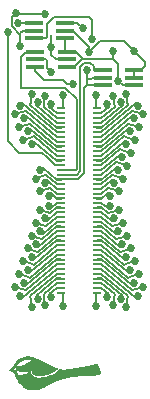
<source format=gtl>
G04 #@! TF.FileFunction,Copper,L1,Top,Signal*
%FSLAX46Y46*%
G04 Gerber Fmt 4.6, Leading zero omitted, Abs format (unit mm)*
G04 Created by KiCad (PCBNEW (2015-11-03 BZR 6296)-product) date Tuesday, November 10, 2015 'PMt' 09:20:05 PM*
%MOMM*%
G01*
G04 APERTURE LIST*
%ADD10C,0.100000*%
%ADD11C,0.010000*%
%ADD12R,0.700000X0.200000*%
%ADD13R,1.501140X0.398780*%
%ADD14C,0.685800*%
%ADD15C,0.685801*%
%ADD16C,0.152400*%
G04 APERTURE END LIST*
D10*
D11*
G36*
X155339423Y-121195069D02*
X155371094Y-121195572D01*
X155398725Y-121196621D01*
X155423824Y-121198340D01*
X155447893Y-121200851D01*
X155472439Y-121204276D01*
X155498967Y-121208740D01*
X155520931Y-121212815D01*
X155579786Y-121225578D01*
X155640883Y-121241645D01*
X155701336Y-121260182D01*
X155758260Y-121280354D01*
X155769639Y-121284777D01*
X155812817Y-121301970D01*
X155855192Y-121319108D01*
X155897150Y-121336370D01*
X155939080Y-121353937D01*
X155981369Y-121371989D01*
X156024404Y-121390707D01*
X156068573Y-121410271D01*
X156114265Y-121430862D01*
X156161866Y-121452659D01*
X156211764Y-121475844D01*
X156264347Y-121500597D01*
X156320003Y-121527099D01*
X156379118Y-121555528D01*
X156442082Y-121586067D01*
X156509280Y-121618896D01*
X156581102Y-121654194D01*
X156657935Y-121692143D01*
X156740166Y-121732923D01*
X156828183Y-121776714D01*
X156850903Y-121788037D01*
X156929183Y-121826981D01*
X157001702Y-121862880D01*
X157068949Y-121895961D01*
X157131415Y-121926448D01*
X157189589Y-121954567D01*
X157243962Y-121980545D01*
X157295024Y-122004606D01*
X157343265Y-122026978D01*
X157389175Y-122047885D01*
X157433244Y-122067553D01*
X157475962Y-122086208D01*
X157517819Y-122104076D01*
X157559306Y-122121382D01*
X157600912Y-122138353D01*
X157643128Y-122155213D01*
X157676403Y-122168281D01*
X157699926Y-122177518D01*
X157721319Y-122186037D01*
X157739688Y-122193473D01*
X157754143Y-122199460D01*
X157763791Y-122203635D01*
X157767732Y-122205624D01*
X157767199Y-122209719D01*
X157761987Y-122217737D01*
X157752739Y-122228968D01*
X157740100Y-122242704D01*
X157724712Y-122258236D01*
X157707219Y-122274855D01*
X157694178Y-122286657D01*
X157626199Y-122342758D01*
X157551764Y-122396253D01*
X157470994Y-122447086D01*
X157384011Y-122495200D01*
X157290938Y-122540538D01*
X157191897Y-122583043D01*
X157087009Y-122622658D01*
X156976398Y-122659327D01*
X156860185Y-122692992D01*
X156773292Y-122715296D01*
X156672697Y-122738538D01*
X156577709Y-122757867D01*
X156488081Y-122773303D01*
X156403561Y-122784868D01*
X156323901Y-122792580D01*
X156248851Y-122796462D01*
X156178163Y-122796535D01*
X156111587Y-122792818D01*
X156048874Y-122785332D01*
X156011082Y-122778660D01*
X155950450Y-122763748D01*
X155895094Y-122744367D01*
X155845086Y-122720590D01*
X155800499Y-122692491D01*
X155761404Y-122660142D01*
X155727873Y-122623617D01*
X155699979Y-122582988D01*
X155677795Y-122538329D01*
X155661392Y-122489713D01*
X155650842Y-122437214D01*
X155647903Y-122410940D01*
X155647085Y-122399833D01*
X155646149Y-122391698D01*
X155644111Y-122385994D01*
X155639991Y-122382178D01*
X155632806Y-122379710D01*
X155621575Y-122378046D01*
X155605315Y-122376646D01*
X155583045Y-122374967D01*
X155582667Y-122374937D01*
X155555115Y-122372710D01*
X155533944Y-122370816D01*
X155518491Y-122369166D01*
X155508094Y-122367673D01*
X155502090Y-122366249D01*
X155499817Y-122364807D01*
X155499918Y-122363974D01*
X155497973Y-122362665D01*
X155491139Y-122362440D01*
X155481468Y-122363114D01*
X155471010Y-122364497D01*
X155461817Y-122366403D01*
X155457431Y-122367859D01*
X155451923Y-122369376D01*
X155440616Y-122371836D01*
X155424669Y-122375008D01*
X155405241Y-122378665D01*
X155383489Y-122382578D01*
X155378056Y-122383529D01*
X155296570Y-122397036D01*
X155219154Y-122408409D01*
X155143266Y-122417987D01*
X155066367Y-122426109D01*
X155042917Y-122428294D01*
X155020487Y-122429888D01*
X154993281Y-122431121D01*
X154962652Y-122431993D01*
X154929951Y-122432504D01*
X154896529Y-122432652D01*
X154863738Y-122432438D01*
X154832930Y-122431861D01*
X154805455Y-122430920D01*
X154782666Y-122429615D01*
X154769514Y-122428402D01*
X154696686Y-122418747D01*
X154625829Y-122406860D01*
X154555068Y-122392349D01*
X154482527Y-122374822D01*
X154406331Y-122353890D01*
X154390857Y-122349368D01*
X154368243Y-122342575D01*
X154351577Y-122337222D01*
X154339982Y-122332959D01*
X154332578Y-122329438D01*
X154328490Y-122326309D01*
X154327057Y-122323968D01*
X154326091Y-122318855D01*
X154324509Y-122307561D01*
X154322410Y-122290925D01*
X154319895Y-122269783D01*
X154317063Y-122244975D01*
X154314013Y-122217338D01*
X154310918Y-122188392D01*
X154307321Y-122154399D01*
X154304435Y-122126757D01*
X154302312Y-122104791D01*
X154301001Y-122087830D01*
X154300553Y-122075198D01*
X154301018Y-122066223D01*
X154302447Y-122060230D01*
X154304890Y-122056547D01*
X154308397Y-122054499D01*
X154313018Y-122053413D01*
X154318805Y-122052615D01*
X154321091Y-122052283D01*
X154332337Y-122050254D01*
X154349389Y-122046797D01*
X154371193Y-122042151D01*
X154396700Y-122036555D01*
X154424858Y-122030249D01*
X154454615Y-122023471D01*
X154484921Y-122016461D01*
X154514725Y-122009457D01*
X154542975Y-122002700D01*
X154568620Y-121996427D01*
X154587833Y-121991593D01*
X154690462Y-121964234D01*
X154786453Y-121936397D01*
X154876213Y-121907945D01*
X154960153Y-121878742D01*
X155038680Y-121848650D01*
X155112203Y-121817534D01*
X155124056Y-121812213D01*
X155194730Y-121777760D01*
X155266700Y-121738022D01*
X155338246Y-121694092D01*
X155407648Y-121647066D01*
X155473190Y-121598037D01*
X155517403Y-121561786D01*
X155535065Y-121546423D01*
X155553398Y-121530012D01*
X155571684Y-121513244D01*
X155589206Y-121496810D01*
X155605249Y-121481401D01*
X155619095Y-121467709D01*
X155630027Y-121456424D01*
X155637329Y-121448238D01*
X155640283Y-121443841D01*
X155640219Y-121443368D01*
X155634114Y-121440119D01*
X155622137Y-121435797D01*
X155605347Y-121430663D01*
X155584801Y-121424980D01*
X155561556Y-121419011D01*
X155536670Y-121413019D01*
X155511199Y-121407265D01*
X155486201Y-121402013D01*
X155462732Y-121397526D01*
X155441852Y-121394065D01*
X155441556Y-121394021D01*
X155386513Y-121387477D01*
X155332179Y-121384423D01*
X155277039Y-121384893D01*
X155219581Y-121388923D01*
X155158289Y-121396548D01*
X155128461Y-121401261D01*
X155035204Y-121419850D01*
X154945771Y-121443707D01*
X154860377Y-121472725D01*
X154779234Y-121506797D01*
X154702557Y-121545818D01*
X154630558Y-121589681D01*
X154563451Y-121638280D01*
X154501449Y-121691509D01*
X154457949Y-121734915D01*
X154415574Y-121783556D01*
X154377536Y-121834333D01*
X154344493Y-121886230D01*
X154317105Y-121938230D01*
X154299656Y-121979355D01*
X154294680Y-121991769D01*
X154290056Y-122001937D01*
X154286789Y-122007652D01*
X154283532Y-122010958D01*
X154275631Y-122018670D01*
X154263561Y-122030334D01*
X154247793Y-122045496D01*
X154228801Y-122063704D01*
X154207057Y-122084504D01*
X154183034Y-122107442D01*
X154157205Y-122132065D01*
X154138042Y-122150309D01*
X154111341Y-122175737D01*
X154086208Y-122199712D01*
X154063104Y-122221794D01*
X154042486Y-122241540D01*
X154024813Y-122258513D01*
X154010545Y-122272270D01*
X154000139Y-122282371D01*
X153994055Y-122288376D01*
X153992607Y-122289922D01*
X153995572Y-122291699D01*
X154004384Y-122296052D01*
X154018436Y-122302701D01*
X154037123Y-122311368D01*
X154059836Y-122321773D01*
X154085972Y-122333637D01*
X154114923Y-122346683D01*
X154146083Y-122360630D01*
X154153468Y-122363923D01*
X154315126Y-122435942D01*
X154331981Y-122496214D01*
X154340094Y-122524199D01*
X154349941Y-122556534D01*
X154360916Y-122591347D01*
X154372411Y-122626762D01*
X154383817Y-122660907D01*
X154394527Y-122691907D01*
X154403511Y-122716757D01*
X154408959Y-122730443D01*
X154413479Y-122738917D01*
X154418136Y-122743733D01*
X154423830Y-122746392D01*
X154431132Y-122747558D01*
X154444453Y-122748496D01*
X154462760Y-122749209D01*
X154485020Y-122749697D01*
X154510201Y-122749965D01*
X154537269Y-122750013D01*
X154565192Y-122749845D01*
X154592937Y-122749461D01*
X154619472Y-122748866D01*
X154643763Y-122748060D01*
X154664777Y-122747046D01*
X154681319Y-122745841D01*
X154844261Y-122728212D01*
X154944139Y-122714838D01*
X154986859Y-122708400D01*
X155023678Y-122702100D01*
X155055734Y-122695624D01*
X155084167Y-122688661D01*
X155110116Y-122680899D01*
X155134721Y-122672025D01*
X155159122Y-122661727D01*
X155184457Y-122649694D01*
X155187556Y-122648147D01*
X155243115Y-122616813D01*
X155297664Y-122579211D01*
X155350233Y-122536128D01*
X155399852Y-122488353D01*
X155440314Y-122443042D01*
X155458347Y-122421319D01*
X155460748Y-122446569D01*
X155467775Y-122493991D01*
X155479681Y-122543168D01*
X155495802Y-122592224D01*
X155515477Y-122639282D01*
X155538042Y-122682463D01*
X155551719Y-122704289D01*
X155589340Y-122754006D01*
X155632141Y-122799003D01*
X155680037Y-122839251D01*
X155732937Y-122874723D01*
X155790757Y-122905389D01*
X155853406Y-122931223D01*
X155920799Y-122952197D01*
X155992848Y-122968282D01*
X156069465Y-122979451D01*
X156150562Y-122985676D01*
X156236053Y-122986929D01*
X156325848Y-122983182D01*
X156404639Y-122976139D01*
X156477782Y-122966822D01*
X156555875Y-122954509D01*
X156637621Y-122939481D01*
X156721724Y-122922024D01*
X156806887Y-122902418D01*
X156891813Y-122880949D01*
X156975205Y-122857899D01*
X157051986Y-122834745D01*
X157149460Y-122802112D01*
X157243786Y-122766670D01*
X157334613Y-122728629D01*
X157421592Y-122688203D01*
X157504372Y-122645600D01*
X157582604Y-122601034D01*
X157655937Y-122554714D01*
X157724021Y-122506853D01*
X157786506Y-122457661D01*
X157843041Y-122407350D01*
X157893278Y-122356131D01*
X157936865Y-122304215D01*
X157941516Y-122298103D01*
X157951132Y-122285676D01*
X157957892Y-122278104D01*
X157962929Y-122274422D01*
X157967377Y-122273664D01*
X157969726Y-122274079D01*
X157989163Y-122278388D01*
X158014240Y-122283070D01*
X158043568Y-122287922D01*
X158075757Y-122292737D01*
X158109415Y-122297313D01*
X158143152Y-122301443D01*
X158175578Y-122304923D01*
X158186167Y-122305932D01*
X158217905Y-122308462D01*
X158249888Y-122310184D01*
X158282791Y-122311067D01*
X158317290Y-122311080D01*
X158354060Y-122310194D01*
X158393775Y-122308377D01*
X158437113Y-122305599D01*
X158484746Y-122301829D01*
X158537352Y-122297037D01*
X158595605Y-122291192D01*
X158657125Y-122284600D01*
X158746165Y-122274237D01*
X158841639Y-122262018D01*
X158943193Y-122248007D01*
X159050469Y-122232269D01*
X159163115Y-122214868D01*
X159280774Y-122195867D01*
X159403091Y-122175332D01*
X159529712Y-122153326D01*
X159660280Y-122129914D01*
X159794441Y-122105160D01*
X159931840Y-122079128D01*
X160072121Y-122051882D01*
X160214930Y-122023486D01*
X160359911Y-121994006D01*
X160506709Y-121963505D01*
X160654969Y-121932046D01*
X160804335Y-121899696D01*
X160891972Y-121880408D01*
X160936466Y-121870554D01*
X160974684Y-121862267D01*
X161007258Y-121855680D01*
X161034823Y-121850928D01*
X161058011Y-121848146D01*
X161077455Y-121847468D01*
X161093788Y-121849028D01*
X161107642Y-121852962D01*
X161119652Y-121859404D01*
X161130449Y-121868488D01*
X161140667Y-121880348D01*
X161150938Y-121895120D01*
X161161896Y-121912938D01*
X161174174Y-121933936D01*
X161178453Y-121941295D01*
X161215722Y-122007072D01*
X161250654Y-122072322D01*
X161282855Y-122136214D01*
X161311929Y-122197915D01*
X161337481Y-122256594D01*
X161359117Y-122311419D01*
X161372982Y-122350859D01*
X161388442Y-122403272D01*
X161399158Y-122452184D01*
X161405158Y-122497367D01*
X161406469Y-122538594D01*
X161403119Y-122575635D01*
X161395134Y-122608262D01*
X161382543Y-122636247D01*
X161365372Y-122659362D01*
X161343649Y-122677378D01*
X161333124Y-122683395D01*
X161322991Y-122688154D01*
X161311941Y-122692524D01*
X161299615Y-122696533D01*
X161285657Y-122700209D01*
X161269709Y-122703581D01*
X161251413Y-122706677D01*
X161230414Y-122709524D01*
X161206352Y-122712152D01*
X161178872Y-122714587D01*
X161147615Y-122716859D01*
X161112225Y-122718995D01*
X161072343Y-122721023D01*
X161027613Y-122722973D01*
X160977677Y-122724871D01*
X160922178Y-122726746D01*
X160860759Y-122728626D01*
X160793062Y-122730540D01*
X160718731Y-122732515D01*
X160705000Y-122732869D01*
X160582923Y-122736207D01*
X160467344Y-122739786D01*
X160357707Y-122743639D01*
X160253456Y-122747794D01*
X160154037Y-122752284D01*
X160058895Y-122757138D01*
X159967474Y-122762388D01*
X159879219Y-122768064D01*
X159793574Y-122774196D01*
X159709985Y-122780816D01*
X159627897Y-122787954D01*
X159546754Y-122795640D01*
X159519667Y-122798345D01*
X159390967Y-122812177D01*
X159266502Y-122827273D01*
X159145523Y-122843805D01*
X159027281Y-122861941D01*
X158911028Y-122881851D01*
X158796016Y-122903705D01*
X158681496Y-122927671D01*
X158566721Y-122953920D01*
X158450941Y-122982620D01*
X158333408Y-123013942D01*
X158213373Y-123048054D01*
X158090090Y-123085127D01*
X157962808Y-123125329D01*
X157830780Y-123168830D01*
X157725792Y-123204551D01*
X157675932Y-123222059D01*
X157628400Y-123239485D01*
X157582527Y-123257150D01*
X157537643Y-123275374D01*
X157493080Y-123294476D01*
X157448167Y-123314779D01*
X157402235Y-123336601D01*
X157354615Y-123360263D01*
X157304637Y-123386085D01*
X157251633Y-123414388D01*
X157194932Y-123445492D01*
X157133865Y-123479717D01*
X157067763Y-123517384D01*
X157046694Y-123529493D01*
X156988073Y-123563223D01*
X156935102Y-123593651D01*
X156887334Y-123621025D01*
X156844321Y-123645591D01*
X156805616Y-123667596D01*
X156770771Y-123687287D01*
X156739338Y-123704910D01*
X156710870Y-123720714D01*
X156684919Y-123734944D01*
X156661037Y-123747848D01*
X156638777Y-123759672D01*
X156617692Y-123770664D01*
X156597332Y-123781070D01*
X156577252Y-123791138D01*
X156557003Y-123801113D01*
X156536138Y-123811244D01*
X156534306Y-123812128D01*
X156466867Y-123843565D01*
X156403250Y-123870819D01*
X156342082Y-123894282D01*
X156281992Y-123914345D01*
X156221609Y-123931402D01*
X156159560Y-123945844D01*
X156094474Y-123958064D01*
X156024978Y-123968454D01*
X155960139Y-123976279D01*
X155919152Y-123980039D01*
X155873206Y-123982999D01*
X155824358Y-123985105D01*
X155774663Y-123986301D01*
X155726179Y-123986532D01*
X155680962Y-123985744D01*
X155651458Y-123984508D01*
X155571912Y-123977865D01*
X155491456Y-123966743D01*
X155411278Y-123951443D01*
X155332567Y-123932263D01*
X155256511Y-123909501D01*
X155184298Y-123883456D01*
X155117116Y-123854427D01*
X155099008Y-123845625D01*
X155018028Y-123801372D01*
X154938806Y-123750408D01*
X154861482Y-123692893D01*
X154786195Y-123628983D01*
X154713086Y-123558836D01*
X154642295Y-123482610D01*
X154573960Y-123400463D01*
X154508223Y-123312552D01*
X154445222Y-123219036D01*
X154385097Y-123120070D01*
X154327989Y-123015814D01*
X154282897Y-122925201D01*
X154264559Y-122885287D01*
X154246937Y-122843922D01*
X154229526Y-122799814D01*
X154211819Y-122751672D01*
X154193310Y-122698204D01*
X154188965Y-122685250D01*
X154181296Y-122661804D01*
X154173193Y-122636214D01*
X154165008Y-122609673D01*
X154157093Y-122583373D01*
X154149801Y-122558508D01*
X154143485Y-122536269D01*
X154138496Y-122517848D01*
X154135187Y-122504440D01*
X154134378Y-122500558D01*
X154132209Y-122488996D01*
X153927595Y-122406428D01*
X153891615Y-122391883D01*
X153857607Y-122378085D01*
X153826132Y-122365266D01*
X153797748Y-122353654D01*
X153773014Y-122343480D01*
X153752490Y-122334974D01*
X153736734Y-122328367D01*
X153726307Y-122323889D01*
X153721768Y-122321769D01*
X153721619Y-122321656D01*
X153723960Y-122319006D01*
X153731162Y-122312050D01*
X153742812Y-122301163D01*
X153758495Y-122286724D01*
X153777797Y-122269108D01*
X153800304Y-122248694D01*
X153825601Y-122225859D01*
X153853274Y-122200979D01*
X153882909Y-122174432D01*
X153908286Y-122151769D01*
X153944302Y-122119640D01*
X153975416Y-122091846D01*
X154001998Y-122068033D01*
X154024415Y-122047848D01*
X154043038Y-122030935D01*
X154058235Y-122016942D01*
X154070376Y-122005513D01*
X154079830Y-121996294D01*
X154086965Y-121988931D01*
X154092152Y-121983071D01*
X154095759Y-121978358D01*
X154098156Y-121974439D01*
X154099712Y-121970959D01*
X154100795Y-121967565D01*
X154100979Y-121966897D01*
X154107388Y-121946348D01*
X154116490Y-121921398D01*
X154127560Y-121893816D01*
X154139874Y-121865375D01*
X154152705Y-121837843D01*
X154159300Y-121824554D01*
X154191749Y-121766345D01*
X154228977Y-121710220D01*
X154271666Y-121655249D01*
X154320499Y-121600502D01*
X154333642Y-121586849D01*
X154389151Y-121533310D01*
X154446431Y-121484827D01*
X154506685Y-121440531D01*
X154571117Y-121399557D01*
X154640931Y-121361037D01*
X154661917Y-121350420D01*
X154729971Y-121318548D01*
X154797985Y-121290713D01*
X154867187Y-121266541D01*
X154938807Y-121245659D01*
X155014072Y-121227692D01*
X155094212Y-121212268D01*
X155140680Y-121204752D01*
X155160516Y-121201832D01*
X155177844Y-121199566D01*
X155194061Y-121197870D01*
X155210562Y-121196659D01*
X155228742Y-121195848D01*
X155249998Y-121195355D01*
X155275724Y-121195094D01*
X155302208Y-121194991D01*
X155339423Y-121195069D01*
X155339423Y-121195069D01*
G37*
X155339423Y-121195069D02*
X155371094Y-121195572D01*
X155398725Y-121196621D01*
X155423824Y-121198340D01*
X155447893Y-121200851D01*
X155472439Y-121204276D01*
X155498967Y-121208740D01*
X155520931Y-121212815D01*
X155579786Y-121225578D01*
X155640883Y-121241645D01*
X155701336Y-121260182D01*
X155758260Y-121280354D01*
X155769639Y-121284777D01*
X155812817Y-121301970D01*
X155855192Y-121319108D01*
X155897150Y-121336370D01*
X155939080Y-121353937D01*
X155981369Y-121371989D01*
X156024404Y-121390707D01*
X156068573Y-121410271D01*
X156114265Y-121430862D01*
X156161866Y-121452659D01*
X156211764Y-121475844D01*
X156264347Y-121500597D01*
X156320003Y-121527099D01*
X156379118Y-121555528D01*
X156442082Y-121586067D01*
X156509280Y-121618896D01*
X156581102Y-121654194D01*
X156657935Y-121692143D01*
X156740166Y-121732923D01*
X156828183Y-121776714D01*
X156850903Y-121788037D01*
X156929183Y-121826981D01*
X157001702Y-121862880D01*
X157068949Y-121895961D01*
X157131415Y-121926448D01*
X157189589Y-121954567D01*
X157243962Y-121980545D01*
X157295024Y-122004606D01*
X157343265Y-122026978D01*
X157389175Y-122047885D01*
X157433244Y-122067553D01*
X157475962Y-122086208D01*
X157517819Y-122104076D01*
X157559306Y-122121382D01*
X157600912Y-122138353D01*
X157643128Y-122155213D01*
X157676403Y-122168281D01*
X157699926Y-122177518D01*
X157721319Y-122186037D01*
X157739688Y-122193473D01*
X157754143Y-122199460D01*
X157763791Y-122203635D01*
X157767732Y-122205624D01*
X157767199Y-122209719D01*
X157761987Y-122217737D01*
X157752739Y-122228968D01*
X157740100Y-122242704D01*
X157724712Y-122258236D01*
X157707219Y-122274855D01*
X157694178Y-122286657D01*
X157626199Y-122342758D01*
X157551764Y-122396253D01*
X157470994Y-122447086D01*
X157384011Y-122495200D01*
X157290938Y-122540538D01*
X157191897Y-122583043D01*
X157087009Y-122622658D01*
X156976398Y-122659327D01*
X156860185Y-122692992D01*
X156773292Y-122715296D01*
X156672697Y-122738538D01*
X156577709Y-122757867D01*
X156488081Y-122773303D01*
X156403561Y-122784868D01*
X156323901Y-122792580D01*
X156248851Y-122796462D01*
X156178163Y-122796535D01*
X156111587Y-122792818D01*
X156048874Y-122785332D01*
X156011082Y-122778660D01*
X155950450Y-122763748D01*
X155895094Y-122744367D01*
X155845086Y-122720590D01*
X155800499Y-122692491D01*
X155761404Y-122660142D01*
X155727873Y-122623617D01*
X155699979Y-122582988D01*
X155677795Y-122538329D01*
X155661392Y-122489713D01*
X155650842Y-122437214D01*
X155647903Y-122410940D01*
X155647085Y-122399833D01*
X155646149Y-122391698D01*
X155644111Y-122385994D01*
X155639991Y-122382178D01*
X155632806Y-122379710D01*
X155621575Y-122378046D01*
X155605315Y-122376646D01*
X155583045Y-122374967D01*
X155582667Y-122374937D01*
X155555115Y-122372710D01*
X155533944Y-122370816D01*
X155518491Y-122369166D01*
X155508094Y-122367673D01*
X155502090Y-122366249D01*
X155499817Y-122364807D01*
X155499918Y-122363974D01*
X155497973Y-122362665D01*
X155491139Y-122362440D01*
X155481468Y-122363114D01*
X155471010Y-122364497D01*
X155461817Y-122366403D01*
X155457431Y-122367859D01*
X155451923Y-122369376D01*
X155440616Y-122371836D01*
X155424669Y-122375008D01*
X155405241Y-122378665D01*
X155383489Y-122382578D01*
X155378056Y-122383529D01*
X155296570Y-122397036D01*
X155219154Y-122408409D01*
X155143266Y-122417987D01*
X155066367Y-122426109D01*
X155042917Y-122428294D01*
X155020487Y-122429888D01*
X154993281Y-122431121D01*
X154962652Y-122431993D01*
X154929951Y-122432504D01*
X154896529Y-122432652D01*
X154863738Y-122432438D01*
X154832930Y-122431861D01*
X154805455Y-122430920D01*
X154782666Y-122429615D01*
X154769514Y-122428402D01*
X154696686Y-122418747D01*
X154625829Y-122406860D01*
X154555068Y-122392349D01*
X154482527Y-122374822D01*
X154406331Y-122353890D01*
X154390857Y-122349368D01*
X154368243Y-122342575D01*
X154351577Y-122337222D01*
X154339982Y-122332959D01*
X154332578Y-122329438D01*
X154328490Y-122326309D01*
X154327057Y-122323968D01*
X154326091Y-122318855D01*
X154324509Y-122307561D01*
X154322410Y-122290925D01*
X154319895Y-122269783D01*
X154317063Y-122244975D01*
X154314013Y-122217338D01*
X154310918Y-122188392D01*
X154307321Y-122154399D01*
X154304435Y-122126757D01*
X154302312Y-122104791D01*
X154301001Y-122087830D01*
X154300553Y-122075198D01*
X154301018Y-122066223D01*
X154302447Y-122060230D01*
X154304890Y-122056547D01*
X154308397Y-122054499D01*
X154313018Y-122053413D01*
X154318805Y-122052615D01*
X154321091Y-122052283D01*
X154332337Y-122050254D01*
X154349389Y-122046797D01*
X154371193Y-122042151D01*
X154396700Y-122036555D01*
X154424858Y-122030249D01*
X154454615Y-122023471D01*
X154484921Y-122016461D01*
X154514725Y-122009457D01*
X154542975Y-122002700D01*
X154568620Y-121996427D01*
X154587833Y-121991593D01*
X154690462Y-121964234D01*
X154786453Y-121936397D01*
X154876213Y-121907945D01*
X154960153Y-121878742D01*
X155038680Y-121848650D01*
X155112203Y-121817534D01*
X155124056Y-121812213D01*
X155194730Y-121777760D01*
X155266700Y-121738022D01*
X155338246Y-121694092D01*
X155407648Y-121647066D01*
X155473190Y-121598037D01*
X155517403Y-121561786D01*
X155535065Y-121546423D01*
X155553398Y-121530012D01*
X155571684Y-121513244D01*
X155589206Y-121496810D01*
X155605249Y-121481401D01*
X155619095Y-121467709D01*
X155630027Y-121456424D01*
X155637329Y-121448238D01*
X155640283Y-121443841D01*
X155640219Y-121443368D01*
X155634114Y-121440119D01*
X155622137Y-121435797D01*
X155605347Y-121430663D01*
X155584801Y-121424980D01*
X155561556Y-121419011D01*
X155536670Y-121413019D01*
X155511199Y-121407265D01*
X155486201Y-121402013D01*
X155462732Y-121397526D01*
X155441852Y-121394065D01*
X155441556Y-121394021D01*
X155386513Y-121387477D01*
X155332179Y-121384423D01*
X155277039Y-121384893D01*
X155219581Y-121388923D01*
X155158289Y-121396548D01*
X155128461Y-121401261D01*
X155035204Y-121419850D01*
X154945771Y-121443707D01*
X154860377Y-121472725D01*
X154779234Y-121506797D01*
X154702557Y-121545818D01*
X154630558Y-121589681D01*
X154563451Y-121638280D01*
X154501449Y-121691509D01*
X154457949Y-121734915D01*
X154415574Y-121783556D01*
X154377536Y-121834333D01*
X154344493Y-121886230D01*
X154317105Y-121938230D01*
X154299656Y-121979355D01*
X154294680Y-121991769D01*
X154290056Y-122001937D01*
X154286789Y-122007652D01*
X154283532Y-122010958D01*
X154275631Y-122018670D01*
X154263561Y-122030334D01*
X154247793Y-122045496D01*
X154228801Y-122063704D01*
X154207057Y-122084504D01*
X154183034Y-122107442D01*
X154157205Y-122132065D01*
X154138042Y-122150309D01*
X154111341Y-122175737D01*
X154086208Y-122199712D01*
X154063104Y-122221794D01*
X154042486Y-122241540D01*
X154024813Y-122258513D01*
X154010545Y-122272270D01*
X154000139Y-122282371D01*
X153994055Y-122288376D01*
X153992607Y-122289922D01*
X153995572Y-122291699D01*
X154004384Y-122296052D01*
X154018436Y-122302701D01*
X154037123Y-122311368D01*
X154059836Y-122321773D01*
X154085972Y-122333637D01*
X154114923Y-122346683D01*
X154146083Y-122360630D01*
X154153468Y-122363923D01*
X154315126Y-122435942D01*
X154331981Y-122496214D01*
X154340094Y-122524199D01*
X154349941Y-122556534D01*
X154360916Y-122591347D01*
X154372411Y-122626762D01*
X154383817Y-122660907D01*
X154394527Y-122691907D01*
X154403511Y-122716757D01*
X154408959Y-122730443D01*
X154413479Y-122738917D01*
X154418136Y-122743733D01*
X154423830Y-122746392D01*
X154431132Y-122747558D01*
X154444453Y-122748496D01*
X154462760Y-122749209D01*
X154485020Y-122749697D01*
X154510201Y-122749965D01*
X154537269Y-122750013D01*
X154565192Y-122749845D01*
X154592937Y-122749461D01*
X154619472Y-122748866D01*
X154643763Y-122748060D01*
X154664777Y-122747046D01*
X154681319Y-122745841D01*
X154844261Y-122728212D01*
X154944139Y-122714838D01*
X154986859Y-122708400D01*
X155023678Y-122702100D01*
X155055734Y-122695624D01*
X155084167Y-122688661D01*
X155110116Y-122680899D01*
X155134721Y-122672025D01*
X155159122Y-122661727D01*
X155184457Y-122649694D01*
X155187556Y-122648147D01*
X155243115Y-122616813D01*
X155297664Y-122579211D01*
X155350233Y-122536128D01*
X155399852Y-122488353D01*
X155440314Y-122443042D01*
X155458347Y-122421319D01*
X155460748Y-122446569D01*
X155467775Y-122493991D01*
X155479681Y-122543168D01*
X155495802Y-122592224D01*
X155515477Y-122639282D01*
X155538042Y-122682463D01*
X155551719Y-122704289D01*
X155589340Y-122754006D01*
X155632141Y-122799003D01*
X155680037Y-122839251D01*
X155732937Y-122874723D01*
X155790757Y-122905389D01*
X155853406Y-122931223D01*
X155920799Y-122952197D01*
X155992848Y-122968282D01*
X156069465Y-122979451D01*
X156150562Y-122985676D01*
X156236053Y-122986929D01*
X156325848Y-122983182D01*
X156404639Y-122976139D01*
X156477782Y-122966822D01*
X156555875Y-122954509D01*
X156637621Y-122939481D01*
X156721724Y-122922024D01*
X156806887Y-122902418D01*
X156891813Y-122880949D01*
X156975205Y-122857899D01*
X157051986Y-122834745D01*
X157149460Y-122802112D01*
X157243786Y-122766670D01*
X157334613Y-122728629D01*
X157421592Y-122688203D01*
X157504372Y-122645600D01*
X157582604Y-122601034D01*
X157655937Y-122554714D01*
X157724021Y-122506853D01*
X157786506Y-122457661D01*
X157843041Y-122407350D01*
X157893278Y-122356131D01*
X157936865Y-122304215D01*
X157941516Y-122298103D01*
X157951132Y-122285676D01*
X157957892Y-122278104D01*
X157962929Y-122274422D01*
X157967377Y-122273664D01*
X157969726Y-122274079D01*
X157989163Y-122278388D01*
X158014240Y-122283070D01*
X158043568Y-122287922D01*
X158075757Y-122292737D01*
X158109415Y-122297313D01*
X158143152Y-122301443D01*
X158175578Y-122304923D01*
X158186167Y-122305932D01*
X158217905Y-122308462D01*
X158249888Y-122310184D01*
X158282791Y-122311067D01*
X158317290Y-122311080D01*
X158354060Y-122310194D01*
X158393775Y-122308377D01*
X158437113Y-122305599D01*
X158484746Y-122301829D01*
X158537352Y-122297037D01*
X158595605Y-122291192D01*
X158657125Y-122284600D01*
X158746165Y-122274237D01*
X158841639Y-122262018D01*
X158943193Y-122248007D01*
X159050469Y-122232269D01*
X159163115Y-122214868D01*
X159280774Y-122195867D01*
X159403091Y-122175332D01*
X159529712Y-122153326D01*
X159660280Y-122129914D01*
X159794441Y-122105160D01*
X159931840Y-122079128D01*
X160072121Y-122051882D01*
X160214930Y-122023486D01*
X160359911Y-121994006D01*
X160506709Y-121963505D01*
X160654969Y-121932046D01*
X160804335Y-121899696D01*
X160891972Y-121880408D01*
X160936466Y-121870554D01*
X160974684Y-121862267D01*
X161007258Y-121855680D01*
X161034823Y-121850928D01*
X161058011Y-121848146D01*
X161077455Y-121847468D01*
X161093788Y-121849028D01*
X161107642Y-121852962D01*
X161119652Y-121859404D01*
X161130449Y-121868488D01*
X161140667Y-121880348D01*
X161150938Y-121895120D01*
X161161896Y-121912938D01*
X161174174Y-121933936D01*
X161178453Y-121941295D01*
X161215722Y-122007072D01*
X161250654Y-122072322D01*
X161282855Y-122136214D01*
X161311929Y-122197915D01*
X161337481Y-122256594D01*
X161359117Y-122311419D01*
X161372982Y-122350859D01*
X161388442Y-122403272D01*
X161399158Y-122452184D01*
X161405158Y-122497367D01*
X161406469Y-122538594D01*
X161403119Y-122575635D01*
X161395134Y-122608262D01*
X161382543Y-122636247D01*
X161365372Y-122659362D01*
X161343649Y-122677378D01*
X161333124Y-122683395D01*
X161322991Y-122688154D01*
X161311941Y-122692524D01*
X161299615Y-122696533D01*
X161285657Y-122700209D01*
X161269709Y-122703581D01*
X161251413Y-122706677D01*
X161230414Y-122709524D01*
X161206352Y-122712152D01*
X161178872Y-122714587D01*
X161147615Y-122716859D01*
X161112225Y-122718995D01*
X161072343Y-122721023D01*
X161027613Y-122722973D01*
X160977677Y-122724871D01*
X160922178Y-122726746D01*
X160860759Y-122728626D01*
X160793062Y-122730540D01*
X160718731Y-122732515D01*
X160705000Y-122732869D01*
X160582923Y-122736207D01*
X160467344Y-122739786D01*
X160357707Y-122743639D01*
X160253456Y-122747794D01*
X160154037Y-122752284D01*
X160058895Y-122757138D01*
X159967474Y-122762388D01*
X159879219Y-122768064D01*
X159793574Y-122774196D01*
X159709985Y-122780816D01*
X159627897Y-122787954D01*
X159546754Y-122795640D01*
X159519667Y-122798345D01*
X159390967Y-122812177D01*
X159266502Y-122827273D01*
X159145523Y-122843805D01*
X159027281Y-122861941D01*
X158911028Y-122881851D01*
X158796016Y-122903705D01*
X158681496Y-122927671D01*
X158566721Y-122953920D01*
X158450941Y-122982620D01*
X158333408Y-123013942D01*
X158213373Y-123048054D01*
X158090090Y-123085127D01*
X157962808Y-123125329D01*
X157830780Y-123168830D01*
X157725792Y-123204551D01*
X157675932Y-123222059D01*
X157628400Y-123239485D01*
X157582527Y-123257150D01*
X157537643Y-123275374D01*
X157493080Y-123294476D01*
X157448167Y-123314779D01*
X157402235Y-123336601D01*
X157354615Y-123360263D01*
X157304637Y-123386085D01*
X157251633Y-123414388D01*
X157194932Y-123445492D01*
X157133865Y-123479717D01*
X157067763Y-123517384D01*
X157046694Y-123529493D01*
X156988073Y-123563223D01*
X156935102Y-123593651D01*
X156887334Y-123621025D01*
X156844321Y-123645591D01*
X156805616Y-123667596D01*
X156770771Y-123687287D01*
X156739338Y-123704910D01*
X156710870Y-123720714D01*
X156684919Y-123734944D01*
X156661037Y-123747848D01*
X156638777Y-123759672D01*
X156617692Y-123770664D01*
X156597332Y-123781070D01*
X156577252Y-123791138D01*
X156557003Y-123801113D01*
X156536138Y-123811244D01*
X156534306Y-123812128D01*
X156466867Y-123843565D01*
X156403250Y-123870819D01*
X156342082Y-123894282D01*
X156281992Y-123914345D01*
X156221609Y-123931402D01*
X156159560Y-123945844D01*
X156094474Y-123958064D01*
X156024978Y-123968454D01*
X155960139Y-123976279D01*
X155919152Y-123980039D01*
X155873206Y-123982999D01*
X155824358Y-123985105D01*
X155774663Y-123986301D01*
X155726179Y-123986532D01*
X155680962Y-123985744D01*
X155651458Y-123984508D01*
X155571912Y-123977865D01*
X155491456Y-123966743D01*
X155411278Y-123951443D01*
X155332567Y-123932263D01*
X155256511Y-123909501D01*
X155184298Y-123883456D01*
X155117116Y-123854427D01*
X155099008Y-123845625D01*
X155018028Y-123801372D01*
X154938806Y-123750408D01*
X154861482Y-123692893D01*
X154786195Y-123628983D01*
X154713086Y-123558836D01*
X154642295Y-123482610D01*
X154573960Y-123400463D01*
X154508223Y-123312552D01*
X154445222Y-123219036D01*
X154385097Y-123120070D01*
X154327989Y-123015814D01*
X154282897Y-122925201D01*
X154264559Y-122885287D01*
X154246937Y-122843922D01*
X154229526Y-122799814D01*
X154211819Y-122751672D01*
X154193310Y-122698204D01*
X154188965Y-122685250D01*
X154181296Y-122661804D01*
X154173193Y-122636214D01*
X154165008Y-122609673D01*
X154157093Y-122583373D01*
X154149801Y-122558508D01*
X154143485Y-122536269D01*
X154138496Y-122517848D01*
X154135187Y-122504440D01*
X154134378Y-122500558D01*
X154132209Y-122488996D01*
X153927595Y-122406428D01*
X153891615Y-122391883D01*
X153857607Y-122378085D01*
X153826132Y-122365266D01*
X153797748Y-122353654D01*
X153773014Y-122343480D01*
X153752490Y-122334974D01*
X153736734Y-122328367D01*
X153726307Y-122323889D01*
X153721768Y-122321769D01*
X153721619Y-122321656D01*
X153723960Y-122319006D01*
X153731162Y-122312050D01*
X153742812Y-122301163D01*
X153758495Y-122286724D01*
X153777797Y-122269108D01*
X153800304Y-122248694D01*
X153825601Y-122225859D01*
X153853274Y-122200979D01*
X153882909Y-122174432D01*
X153908286Y-122151769D01*
X153944302Y-122119640D01*
X153975416Y-122091846D01*
X154001998Y-122068033D01*
X154024415Y-122047848D01*
X154043038Y-122030935D01*
X154058235Y-122016942D01*
X154070376Y-122005513D01*
X154079830Y-121996294D01*
X154086965Y-121988931D01*
X154092152Y-121983071D01*
X154095759Y-121978358D01*
X154098156Y-121974439D01*
X154099712Y-121970959D01*
X154100795Y-121967565D01*
X154100979Y-121966897D01*
X154107388Y-121946348D01*
X154116490Y-121921398D01*
X154127560Y-121893816D01*
X154139874Y-121865375D01*
X154152705Y-121837843D01*
X154159300Y-121824554D01*
X154191749Y-121766345D01*
X154228977Y-121710220D01*
X154271666Y-121655249D01*
X154320499Y-121600502D01*
X154333642Y-121586849D01*
X154389151Y-121533310D01*
X154446431Y-121484827D01*
X154506685Y-121440531D01*
X154571117Y-121399557D01*
X154640931Y-121361037D01*
X154661917Y-121350420D01*
X154729971Y-121318548D01*
X154797985Y-121290713D01*
X154867187Y-121266541D01*
X154938807Y-121245659D01*
X155014072Y-121227692D01*
X155094212Y-121212268D01*
X155140680Y-121204752D01*
X155160516Y-121201832D01*
X155177844Y-121199566D01*
X155194061Y-121197870D01*
X155210562Y-121196659D01*
X155228742Y-121195848D01*
X155249998Y-121195355D01*
X155275724Y-121195094D01*
X155302208Y-121194991D01*
X155339423Y-121195069D01*
D12*
X161190000Y-100200000D03*
X161190000Y-100600000D03*
X161190000Y-101000000D03*
X161190000Y-101400000D03*
X161190000Y-101800000D03*
X161190000Y-102200000D03*
X161190000Y-102600000D03*
X161190000Y-103000000D03*
X161190000Y-103400000D03*
X161190000Y-103800000D03*
X161190000Y-107800000D03*
X161190000Y-107400000D03*
X161190000Y-107000000D03*
X161190000Y-106600000D03*
X161190000Y-106200000D03*
X161190000Y-105800000D03*
X161190000Y-105400000D03*
X161190000Y-105000000D03*
X161190000Y-104600000D03*
X161190000Y-104200000D03*
X161190000Y-108200000D03*
X161190000Y-108600000D03*
X161190000Y-109000000D03*
X161190000Y-109400000D03*
X161190000Y-109800000D03*
X161190000Y-110200000D03*
X161190000Y-110600000D03*
X161190000Y-111000000D03*
X161190000Y-111400000D03*
X161190000Y-111800000D03*
X161190000Y-115800000D03*
X161190000Y-115400000D03*
X161190000Y-115000000D03*
X161190000Y-114600000D03*
X161190000Y-114200000D03*
X161190000Y-113800000D03*
X161190000Y-113400000D03*
X161190000Y-113000000D03*
X161190000Y-112600000D03*
X161190000Y-112200000D03*
X158110000Y-112200000D03*
X158110000Y-112600000D03*
X158110000Y-113000000D03*
X158110000Y-113400000D03*
X158110000Y-113800000D03*
X158110000Y-114200000D03*
X158110000Y-114600000D03*
X158110000Y-115000000D03*
X158110000Y-115400000D03*
X158110000Y-115800000D03*
X158110000Y-111800000D03*
X158110000Y-111400000D03*
X158110000Y-111000000D03*
X158110000Y-110600000D03*
X158110000Y-110200000D03*
X158110000Y-109800000D03*
X158110000Y-109400000D03*
X158110000Y-109000000D03*
X158110000Y-108600000D03*
X158110000Y-108200000D03*
X158110000Y-104200000D03*
X158110000Y-104600000D03*
X158110000Y-105000000D03*
X158110000Y-105400000D03*
X158110000Y-105800000D03*
X158110000Y-106200000D03*
X158110000Y-106600000D03*
X158110000Y-107000000D03*
X158110000Y-107400000D03*
X158110000Y-107800000D03*
X158110000Y-103800000D03*
X158110000Y-103400000D03*
X158110000Y-103000000D03*
X158110000Y-102600000D03*
X158110000Y-102200000D03*
X158110000Y-101800000D03*
X158110000Y-101400000D03*
X158110000Y-101000000D03*
X158110000Y-100600000D03*
X158110000Y-100200000D03*
D13*
X158461920Y-94250000D03*
X158461920Y-93599760D03*
X158461920Y-92949520D03*
X155800000Y-92949520D03*
X155800000Y-93599760D03*
X155800000Y-94250000D03*
X164300000Y-98250000D03*
X164300000Y-97599760D03*
X164300000Y-96949520D03*
X161638080Y-96949520D03*
X161638080Y-97599760D03*
X161638080Y-98250000D03*
X158611920Y-96700000D03*
X158611920Y-96049760D03*
X158611920Y-95399520D03*
X155950000Y-95399520D03*
X155950000Y-96049760D03*
X155950000Y-96700000D03*
D14*
X162950000Y-97849974D03*
X162500000Y-95300000D03*
D15*
X163335170Y-106128721D03*
X162579214Y-106491109D03*
X162993938Y-107218712D03*
X162237982Y-107581100D03*
X162237982Y-108419301D03*
X162993938Y-108781689D03*
X162579214Y-109509292D03*
X163335170Y-109871680D03*
D14*
X164264956Y-95352566D03*
X160500000Y-95450000D03*
X157300000Y-95000000D03*
X159100000Y-98150000D03*
X159950000Y-93400000D03*
X154500000Y-92950000D03*
X153600000Y-93750000D03*
X154325068Y-92130246D03*
X160303087Y-96914049D03*
X157300000Y-97100000D03*
X156750000Y-92200000D03*
X154650000Y-94900000D03*
D15*
X156380187Y-105401118D03*
D14*
X160729126Y-94320874D03*
D15*
X154941767Y-102858749D03*
X155697723Y-103221137D03*
X161045015Y-116945501D03*
X158255617Y-116945501D03*
X161045015Y-99054899D03*
X158255617Y-99054899D03*
X158255617Y-99054899D03*
X162035617Y-116147324D03*
X162511810Y-116834445D03*
X163166374Y-116308281D03*
X163642567Y-116995401D03*
X164626605Y-116049236D03*
X165041329Y-115321633D03*
X164285373Y-114959245D03*
X164700097Y-114231642D03*
X163944142Y-113869254D03*
X164358866Y-113141651D03*
X163602910Y-112779264D03*
X164017634Y-112051661D03*
X163261678Y-111689273D03*
X163676402Y-110961670D03*
X162920446Y-110599282D03*
X162920446Y-105401118D03*
X163676402Y-105038731D03*
X163261678Y-104311128D03*
X164017634Y-103948740D03*
X163602910Y-103221137D03*
X164358866Y-102858749D03*
X163944142Y-102131146D03*
X164700097Y-101768759D03*
X164285373Y-101041156D03*
X165041329Y-100678768D03*
X164626605Y-99951165D03*
X163642567Y-99005000D03*
X163166374Y-99692120D03*
X162511810Y-99165956D03*
X162035617Y-99853076D03*
X157265015Y-99853076D03*
X156788823Y-99165956D03*
X156134258Y-99692120D03*
X155658066Y-99005000D03*
X154674027Y-99951165D03*
X154259303Y-100678768D03*
X155015259Y-101041156D03*
X154600535Y-101768759D03*
X155356491Y-102131146D03*
X155965462Y-106128721D03*
X156721418Y-106491109D03*
X156306694Y-107218712D03*
X157062650Y-107581100D03*
X157062650Y-108419301D03*
X156306694Y-108781689D03*
X156721418Y-109509292D03*
X155965462Y-109871680D03*
X156380187Y-110599282D03*
X155624231Y-110961670D03*
X156038955Y-111689273D03*
X155282999Y-112051661D03*
X155697723Y-112779264D03*
X154941767Y-113141651D03*
X155356491Y-113869254D03*
X154600535Y-114231642D03*
X155015259Y-114959245D03*
X154259303Y-115321633D03*
X154674027Y-116049236D03*
X155658066Y-116995401D03*
X156134258Y-116308281D03*
X156788823Y-116834445D03*
X157265015Y-116147324D03*
D16*
X162950000Y-97849974D02*
X162950000Y-96450000D01*
X162950000Y-96450000D02*
X162850000Y-96350000D01*
X162950000Y-97849974D02*
X163350266Y-98250240D01*
X163350266Y-98250240D02*
X163350506Y-98250000D01*
X163350506Y-98250000D02*
X164300000Y-98250000D01*
X162850000Y-96350000D02*
X162550000Y-96050000D01*
X158461920Y-94250000D02*
X158461920Y-95249520D01*
X158461920Y-95249520D02*
X158611920Y-95399520D01*
X159353696Y-95399520D02*
X159975678Y-96021502D01*
X158611920Y-95399520D02*
X159353696Y-95399520D01*
X160771502Y-96021502D02*
X160528498Y-96021502D01*
X162550000Y-96050000D02*
X160800000Y-96050000D01*
X160800000Y-96050000D02*
X160771502Y-96021502D01*
X160528498Y-96021502D02*
X159914476Y-96021502D01*
X159235978Y-96700000D02*
X158611920Y-96700000D01*
X159975678Y-96021502D02*
X160528498Y-96021502D01*
X159914476Y-96021502D02*
X159235978Y-96700000D01*
X162500000Y-96000000D02*
X162500000Y-95784933D01*
X162550000Y-96050000D02*
X162500000Y-96000000D01*
X162500000Y-95784933D02*
X162500000Y-95300000D01*
X158611920Y-94261920D02*
X158600000Y-94250000D01*
X161190316Y-106624000D02*
X161540316Y-106624000D01*
X161540316Y-106624000D02*
X162460992Y-105841578D01*
X162460992Y-105841578D02*
X162749830Y-105946114D01*
X162749830Y-105946114D02*
X163335170Y-106128721D01*
X161190316Y-107024000D02*
X161540316Y-107024000D01*
X161540316Y-107024000D02*
X162406505Y-106287883D01*
X162406505Y-106287883D02*
X162579214Y-106491109D01*
X161190316Y-107424000D02*
X161540316Y-107424000D01*
X161540316Y-107424000D02*
X162119760Y-106931569D01*
X162119760Y-106931569D02*
X162408598Y-107036104D01*
X162408598Y-107036104D02*
X162993938Y-107218712D01*
X161190316Y-107824000D02*
X161540316Y-107824000D01*
X161540316Y-107824000D02*
X162065274Y-107377873D01*
X162065274Y-107377873D02*
X162237982Y-107581100D01*
X161190316Y-108176401D02*
X161540316Y-108176401D01*
X161540316Y-108176401D02*
X162065274Y-108622527D01*
X162065274Y-108622527D02*
X162237982Y-108419301D01*
X161190316Y-108576401D02*
X161540316Y-108576401D01*
X161540316Y-108576401D02*
X162119760Y-109068832D01*
X162119760Y-109068832D02*
X162408598Y-108964297D01*
X162408598Y-108964297D02*
X162993938Y-108781689D01*
X161190316Y-108976401D02*
X161540316Y-108976401D01*
X161540316Y-108976401D02*
X162406505Y-109712518D01*
X162406505Y-109712518D02*
X162579214Y-109509292D01*
X161190316Y-109376401D02*
X161540316Y-109376401D01*
X161540316Y-109376401D02*
X162460992Y-110158823D01*
X162460992Y-110158823D02*
X162749830Y-110054287D01*
X162749830Y-110054287D02*
X163335170Y-109871680D01*
X165202970Y-96290580D02*
X164607855Y-95695465D01*
X163412390Y-94500000D02*
X163922057Y-95009667D01*
X164851180Y-96949520D02*
X165202970Y-96597730D01*
X164300000Y-96949520D02*
X164851180Y-96949520D01*
X160500000Y-95450000D02*
X161450000Y-94500000D01*
X163922057Y-95009667D02*
X164264956Y-95352566D01*
X165202970Y-96597730D02*
X165202970Y-96290580D01*
X161450000Y-94500000D02*
X163412390Y-94500000D01*
X164607855Y-95695465D02*
X164264956Y-95352566D01*
X164300000Y-97599760D02*
X164300000Y-96949520D01*
X160500000Y-95450000D02*
X160500000Y-94965067D01*
X160500000Y-94965067D02*
X159134693Y-93599760D01*
X159134693Y-93599760D02*
X158461920Y-93599760D01*
X157300000Y-93996790D02*
X157300000Y-94515067D01*
X157300000Y-94515067D02*
X157300000Y-95000000D01*
X158611920Y-96049760D02*
X157708950Y-96049760D01*
X157708950Y-96049760D02*
X157300000Y-95640810D01*
X157300000Y-95640810D02*
X157300000Y-95000000D01*
X159502970Y-92949520D02*
X158461920Y-92949520D01*
X158265067Y-97800000D02*
X156698210Y-97800000D01*
X155950000Y-97051790D02*
X155950000Y-96700000D01*
X156698210Y-97800000D02*
X155950000Y-97051790D01*
X159100000Y-98150000D02*
X158615067Y-98150000D01*
X158615067Y-98150000D02*
X158265067Y-97800000D01*
X159950000Y-93396550D02*
X159950000Y-93400000D01*
X159502970Y-92949520D02*
X159950000Y-93396550D01*
X156470220Y-96800240D02*
X155919040Y-96800240D01*
X155800000Y-92949520D02*
X154500480Y-92949520D01*
X154500480Y-92949520D02*
X154500000Y-92950000D01*
X155938080Y-92949520D02*
X155937600Y-92950000D01*
X153600000Y-102950000D02*
X154598740Y-103948740D01*
X154598740Y-103948740D02*
X156495045Y-103948740D01*
X156903232Y-104295632D02*
X156495045Y-103948740D01*
X157607600Y-105000000D02*
X156903232Y-104295632D01*
X158110000Y-105000000D02*
X157607600Y-105000000D01*
X153600000Y-93750000D02*
X153600000Y-102950000D01*
X161638080Y-98250000D02*
X160346552Y-98250000D01*
X160346552Y-98250000D02*
X160303087Y-98206535D01*
X160303087Y-98206535D02*
X160303087Y-97700000D01*
X160303087Y-97700000D02*
X160303087Y-97398982D01*
X161638080Y-97599760D02*
X160735110Y-97599760D01*
X160735110Y-97599760D02*
X160634870Y-97700000D01*
X160634870Y-97700000D02*
X160303087Y-97700000D01*
X158110000Y-106200000D02*
X159531067Y-106200000D01*
X154650000Y-93945822D02*
X154650000Y-93846790D01*
X154650000Y-93846790D02*
X154897030Y-93599760D01*
X154897030Y-93599760D02*
X155800000Y-93599760D01*
X154650000Y-94900000D02*
X154650000Y-93945822D01*
X154650000Y-93945822D02*
X153928499Y-93224321D01*
X153928499Y-93224321D02*
X153928499Y-92526815D01*
X153928499Y-92526815D02*
X153982169Y-92473145D01*
X153982169Y-92473145D02*
X154325068Y-92130246D01*
X154394822Y-92200000D02*
X154325068Y-92130246D01*
X156750000Y-92200000D02*
X154394822Y-92200000D01*
X160303087Y-97398982D02*
X160303087Y-96914049D01*
X160239234Y-98270388D02*
X160303087Y-98206535D01*
X156957101Y-96757101D02*
X156957101Y-96153891D01*
X157300000Y-97100000D02*
X156957101Y-96757101D01*
X156957101Y-96153891D02*
X156852970Y-96049760D01*
X156852970Y-96049760D02*
X155950000Y-96049760D01*
X160054811Y-98454811D02*
X160239234Y-98270388D01*
X160054811Y-98454811D02*
X160050000Y-98450000D01*
X160059620Y-104997487D02*
X160054811Y-104992678D01*
X159531067Y-106200000D02*
X160059620Y-105671447D01*
X160054811Y-104992678D02*
X160054811Y-98454811D01*
X160059620Y-105671447D02*
X160059620Y-104997487D01*
X158110316Y-106224000D02*
X157760316Y-106224000D01*
X157760316Y-106224000D02*
X156552895Y-105197892D01*
X156552895Y-105197892D02*
X156380187Y-105401118D01*
X160729126Y-94320874D02*
X160729126Y-92679126D01*
X160729126Y-92679126D02*
X160500000Y-92450000D01*
X156917251Y-93032749D02*
X156917251Y-94173799D01*
X156917251Y-94173799D02*
X156841050Y-94250000D01*
X156841050Y-94250000D02*
X155800000Y-94250000D01*
X160500000Y-92450000D02*
X157500000Y-92450000D01*
X157500000Y-92450000D02*
X156917251Y-93032749D01*
X158110316Y-104224000D02*
X157760316Y-104224000D01*
X157760316Y-104224000D02*
X155815945Y-102571606D01*
X155815945Y-102571606D02*
X155527107Y-102676142D01*
X155527107Y-102676142D02*
X154941767Y-102858749D01*
X158110316Y-104624000D02*
X157760316Y-104624000D01*
X157760316Y-104624000D02*
X155870431Y-103017911D01*
X155870431Y-103017911D02*
X155697723Y-103221137D01*
X159450000Y-105800000D02*
X158110000Y-105800000D01*
X159750000Y-105500000D02*
X159450000Y-105800000D01*
X159700000Y-96671314D02*
X159700000Y-99250000D01*
X159750000Y-99300000D02*
X159750000Y-105500000D01*
X159700000Y-99250000D02*
X159750000Y-99300000D01*
X159885657Y-96485657D02*
X159700000Y-96671314D01*
X161638080Y-96949520D02*
X160874588Y-96949520D01*
X160874588Y-96949520D02*
X160874588Y-96639728D01*
X160874588Y-96639728D02*
X160577408Y-96342548D01*
X160577408Y-96342548D02*
X160028766Y-96342548D01*
X160028766Y-96342548D02*
X159885657Y-96485657D01*
X158110000Y-105400000D02*
X159350000Y-105400000D01*
X155146302Y-95399520D02*
X155950000Y-95399520D01*
X159445190Y-99426256D02*
X158452433Y-98433499D01*
X159350000Y-105400000D02*
X159445190Y-105304810D01*
X159445190Y-105304810D02*
X159445190Y-99426256D01*
X158452433Y-98433499D02*
X154733499Y-98433499D01*
X154733499Y-98433499D02*
X154733499Y-95812323D01*
X154733499Y-95812323D02*
X155146302Y-95399520D01*
X161045015Y-115800200D02*
X161045015Y-116945501D01*
X158255617Y-115800200D02*
X158255617Y-116945501D01*
X161045015Y-100200200D02*
X161045015Y-99054899D01*
X158255617Y-99054899D02*
X158255617Y-100054383D01*
X158255617Y-100054383D02*
X158110000Y-100200000D01*
X161190316Y-115376401D02*
X161540316Y-115376401D01*
X161540316Y-115376401D02*
X162208326Y-115944098D01*
X162208326Y-115944098D02*
X162035617Y-116147324D01*
X161190316Y-114976401D02*
X161540316Y-114976401D01*
X161540316Y-114976401D02*
X162657575Y-115925886D01*
X162657575Y-115925886D02*
X162600996Y-116227803D01*
X162600996Y-116227803D02*
X162511810Y-116834445D01*
X161190316Y-114576401D02*
X161540316Y-114576401D01*
X161540316Y-114576401D02*
X163339083Y-116105055D01*
X163339083Y-116105055D02*
X163166374Y-116308281D01*
X161190316Y-114176401D02*
X161540316Y-114176401D01*
X161540316Y-114176401D02*
X163788332Y-116086842D01*
X163788332Y-116086842D02*
X163731753Y-116388759D01*
X163731753Y-116388759D02*
X163642567Y-116995401D01*
X161190316Y-113776401D02*
X161540316Y-113776401D01*
X161540316Y-113776401D02*
X164453897Y-116252462D01*
X164453897Y-116252462D02*
X164626605Y-116049236D01*
X161190316Y-113376401D02*
X161540316Y-113376401D01*
X161540316Y-113376401D02*
X164167151Y-115608776D01*
X164167151Y-115608776D02*
X164455989Y-115504240D01*
X164455989Y-115504240D02*
X165041329Y-115321633D01*
X161190316Y-112976401D02*
X161540316Y-112976401D01*
X161540316Y-112976401D02*
X164112665Y-115162471D01*
X164112665Y-115162471D02*
X164285373Y-114959245D01*
X161190316Y-112576401D02*
X161540316Y-112576401D01*
X161540316Y-112576401D02*
X163825920Y-114518785D01*
X163825920Y-114518785D02*
X164114757Y-114414250D01*
X164114757Y-114414250D02*
X164700097Y-114231642D01*
X161190316Y-112176401D02*
X161540316Y-112176401D01*
X161540316Y-112176401D02*
X163771433Y-114072481D01*
X163771433Y-114072481D02*
X163944142Y-113869254D01*
X161190316Y-111776401D02*
X161540316Y-111776401D01*
X161540316Y-111776401D02*
X163484688Y-113428795D01*
X163484688Y-113428795D02*
X163773526Y-113324259D01*
X163773526Y-113324259D02*
X164358866Y-113141651D01*
X161190316Y-111376401D02*
X161540316Y-111376401D01*
X161540316Y-111376401D02*
X163430201Y-112982490D01*
X163430201Y-112982490D02*
X163602910Y-112779264D01*
X161190316Y-110976401D02*
X161540316Y-110976401D01*
X161540316Y-110976401D02*
X163143456Y-112338804D01*
X163143456Y-112338804D02*
X163432294Y-112234268D01*
X163432294Y-112234268D02*
X164017634Y-112051661D01*
X161190316Y-110576401D02*
X161540316Y-110576401D01*
X161540316Y-110576401D02*
X163088969Y-111892499D01*
X163088969Y-111892499D02*
X163261678Y-111689273D01*
X161190316Y-110176401D02*
X161540316Y-110176401D01*
X161540316Y-110176401D02*
X162802224Y-111248813D01*
X162802224Y-111248813D02*
X163091062Y-111144278D01*
X163091062Y-111144278D02*
X163676402Y-110961670D01*
X161190316Y-109776401D02*
X161540316Y-109776401D01*
X161540316Y-109776401D02*
X162747737Y-110802509D01*
X162747737Y-110802509D02*
X162920446Y-110599282D01*
X161190316Y-106224000D02*
X161540316Y-106224000D01*
X161540316Y-106224000D02*
X162747737Y-105197892D01*
X162747737Y-105197892D02*
X162920446Y-105401118D01*
X161190316Y-105824000D02*
X161540316Y-105824000D01*
X161540316Y-105824000D02*
X162802224Y-104751587D01*
X162802224Y-104751587D02*
X163091062Y-104856123D01*
X163091062Y-104856123D02*
X163676402Y-105038731D01*
X161190316Y-105424000D02*
X161540316Y-105424000D01*
X161540316Y-105424000D02*
X163088969Y-104107901D01*
X163088969Y-104107901D02*
X163261678Y-104311128D01*
X161190316Y-105024000D02*
X161540316Y-105024000D01*
X161540316Y-105024000D02*
X163143456Y-103661597D01*
X163143456Y-103661597D02*
X163432294Y-103766132D01*
X163432294Y-103766132D02*
X164017634Y-103948740D01*
X161190316Y-104624000D02*
X161540316Y-104624000D01*
X161540316Y-104624000D02*
X163430201Y-103017911D01*
X163430201Y-103017911D02*
X163602910Y-103221137D01*
X161190316Y-104224000D02*
X161540316Y-104224000D01*
X161540316Y-104224000D02*
X163484688Y-102571606D01*
X163484688Y-102571606D02*
X163773526Y-102676142D01*
X163773526Y-102676142D02*
X164358866Y-102858749D01*
X161190316Y-103824000D02*
X161540316Y-103824000D01*
X161540316Y-103824000D02*
X163771433Y-101927920D01*
X163771433Y-101927920D02*
X163944142Y-102131146D01*
X161190316Y-103424000D02*
X161540316Y-103424000D01*
X161540316Y-103424000D02*
X163825920Y-101481616D01*
X163825920Y-101481616D02*
X164114757Y-101586151D01*
X164114757Y-101586151D02*
X164700097Y-101768759D01*
X161190316Y-103024000D02*
X161540316Y-103024000D01*
X161540316Y-103024000D02*
X164112665Y-100837930D01*
X164112665Y-100837930D02*
X164285373Y-101041156D01*
X161190316Y-102624000D02*
X161540316Y-102624000D01*
X161540316Y-102624000D02*
X164167151Y-100391625D01*
X164167151Y-100391625D02*
X164455989Y-100496161D01*
X164455989Y-100496161D02*
X165041329Y-100678768D01*
X161190316Y-102224000D02*
X161540316Y-102224000D01*
X161540316Y-102224000D02*
X164453897Y-99747939D01*
X164453897Y-99747939D02*
X164626605Y-99951165D01*
X161190316Y-101824000D02*
X161540316Y-101824000D01*
X161540316Y-101824000D02*
X163788332Y-99913558D01*
X163788332Y-99913558D02*
X163731753Y-99611642D01*
X163731753Y-99611642D02*
X163642567Y-99005000D01*
X161190316Y-101424000D02*
X161540316Y-101424000D01*
X161540316Y-101424000D02*
X163339083Y-99895346D01*
X163339083Y-99895346D02*
X163166374Y-99692120D01*
X161190316Y-101024000D02*
X161540316Y-101024000D01*
X161540316Y-101024000D02*
X162657575Y-100074515D01*
X162657575Y-100074515D02*
X162600996Y-99772598D01*
X162600996Y-99772598D02*
X162511810Y-99165956D01*
X161190316Y-100624000D02*
X161540316Y-100624000D01*
X161540316Y-100624000D02*
X162208326Y-100056303D01*
X162208326Y-100056303D02*
X162035617Y-99853076D01*
X158110316Y-100624000D02*
X157760316Y-100624000D01*
X157760316Y-100624000D02*
X157092307Y-100056303D01*
X157092307Y-100056303D02*
X157265015Y-99853076D01*
X158110316Y-101024000D02*
X157760316Y-101024000D01*
X157760316Y-101024000D02*
X156643057Y-100074515D01*
X156643057Y-100074515D02*
X156699637Y-99772598D01*
X156699637Y-99772598D02*
X156788823Y-99165956D01*
X158110316Y-101424000D02*
X157760316Y-101424000D01*
X157760316Y-101424000D02*
X155961549Y-99895346D01*
X155961549Y-99895346D02*
X156134258Y-99692120D01*
X158110316Y-101824000D02*
X157760316Y-101824000D01*
X157760316Y-101824000D02*
X155512300Y-99913558D01*
X155512300Y-99913558D02*
X155568880Y-99611642D01*
X155568880Y-99611642D02*
X155658066Y-99005000D01*
X158110316Y-102224000D02*
X157760316Y-102224000D01*
X157760316Y-102224000D02*
X154846736Y-99747939D01*
X154846736Y-99747939D02*
X154674027Y-99951165D01*
X158110316Y-102624000D02*
X157760316Y-102624000D01*
X157760316Y-102624000D02*
X155133481Y-100391625D01*
X155133481Y-100391625D02*
X154844643Y-100496161D01*
X154844643Y-100496161D02*
X154259303Y-100678768D01*
X158110316Y-103024000D02*
X157760316Y-103024000D01*
X157760316Y-103024000D02*
X155187968Y-100837930D01*
X155187968Y-100837930D02*
X155015259Y-101041156D01*
X158110316Y-103424000D02*
X157760316Y-103424000D01*
X157760316Y-103424000D02*
X155474713Y-101481616D01*
X155474713Y-101481616D02*
X155185875Y-101586151D01*
X155185875Y-101586151D02*
X154600535Y-101768759D01*
X158110316Y-103824000D02*
X157760316Y-103824000D01*
X157760316Y-103824000D02*
X155529200Y-101927920D01*
X155529200Y-101927920D02*
X155356491Y-102131146D01*
X158110316Y-106624000D02*
X157760316Y-106624000D01*
X157760316Y-106624000D02*
X156839640Y-105841578D01*
X156839640Y-105841578D02*
X156550802Y-105946114D01*
X156550802Y-105946114D02*
X155965462Y-106128721D01*
X158110316Y-107024000D02*
X157760316Y-107024000D01*
X157760316Y-107024000D02*
X156894127Y-106287883D01*
X156894127Y-106287883D02*
X156721418Y-106491109D01*
X158110316Y-107424000D02*
X157760316Y-107424000D01*
X157760316Y-107424000D02*
X157180872Y-106931569D01*
X157180872Y-106931569D02*
X156892034Y-107036104D01*
X156892034Y-107036104D02*
X156306694Y-107218712D01*
X158110316Y-107824000D02*
X157760316Y-107824000D01*
X157760316Y-107824000D02*
X157235359Y-107377873D01*
X157235359Y-107377873D02*
X157062650Y-107581100D01*
X158110316Y-108176401D02*
X157760316Y-108176401D01*
X157760316Y-108176401D02*
X157235359Y-108622527D01*
X157235359Y-108622527D02*
X157062650Y-108419301D01*
X158110316Y-108576401D02*
X157760316Y-108576401D01*
X157760316Y-108576401D02*
X157180872Y-109068832D01*
X157180872Y-109068832D02*
X156892034Y-108964297D01*
X156892034Y-108964297D02*
X156306694Y-108781689D01*
X158110316Y-108976401D02*
X157760316Y-108976401D01*
X157760316Y-108976401D02*
X156894127Y-109712518D01*
X156894127Y-109712518D02*
X156721418Y-109509292D01*
X158110316Y-109376401D02*
X157760316Y-109376401D01*
X157760316Y-109376401D02*
X156839640Y-110158823D01*
X156839640Y-110158823D02*
X156550802Y-110054287D01*
X156550802Y-110054287D02*
X155965462Y-109871680D01*
X158110316Y-109776401D02*
X157760316Y-109776401D01*
X157760316Y-109776401D02*
X156552895Y-110802509D01*
X156552895Y-110802509D02*
X156380187Y-110599282D01*
X158110316Y-110176401D02*
X157760316Y-110176401D01*
X157760316Y-110176401D02*
X156498409Y-111248813D01*
X156498409Y-111248813D02*
X156209571Y-111144278D01*
X156209571Y-111144278D02*
X155624231Y-110961670D01*
X158110316Y-110576401D02*
X157760316Y-110576401D01*
X157760316Y-110576401D02*
X156211663Y-111892499D01*
X156211663Y-111892499D02*
X156038955Y-111689273D01*
X158110316Y-110976401D02*
X157760316Y-110976401D01*
X157760316Y-110976401D02*
X156157177Y-112338804D01*
X156157177Y-112338804D02*
X155868339Y-112234268D01*
X155868339Y-112234268D02*
X155282999Y-112051661D01*
X158110316Y-111376401D02*
X157760316Y-111376401D01*
X157760316Y-111376401D02*
X155870431Y-112982490D01*
X155870431Y-112982490D02*
X155697723Y-112779264D01*
X158110316Y-111776401D02*
X157760316Y-111776401D01*
X157760316Y-111776401D02*
X155815945Y-113428795D01*
X155815945Y-113428795D02*
X155527107Y-113324259D01*
X155527107Y-113324259D02*
X154941767Y-113141651D01*
X158110316Y-112176401D02*
X157760316Y-112176401D01*
X157760316Y-112176401D02*
X155529200Y-114072481D01*
X155529200Y-114072481D02*
X155356491Y-113869254D01*
X158110316Y-112576401D02*
X157760316Y-112576401D01*
X157760316Y-112576401D02*
X155474713Y-114518785D01*
X155474713Y-114518785D02*
X155185875Y-114414250D01*
X155185875Y-114414250D02*
X154600535Y-114231642D01*
X158110316Y-112976401D02*
X157760316Y-112976401D01*
X157760316Y-112976401D02*
X155187968Y-115162471D01*
X155187968Y-115162471D02*
X155015259Y-114959245D01*
X158110316Y-113376401D02*
X157760316Y-113376401D01*
X157760316Y-113376401D02*
X155133481Y-115608776D01*
X155133481Y-115608776D02*
X154844643Y-115504240D01*
X154844643Y-115504240D02*
X154259303Y-115321633D01*
X158110316Y-113776401D02*
X157760316Y-113776401D01*
X157760316Y-113776401D02*
X154846736Y-116252462D01*
X154846736Y-116252462D02*
X154674027Y-116049236D01*
X158110316Y-114176401D02*
X157760316Y-114176401D01*
X157760316Y-114176401D02*
X155512300Y-116086842D01*
X155512300Y-116086842D02*
X155568880Y-116388759D01*
X155568880Y-116388759D02*
X155658066Y-116995401D01*
X158110316Y-114576401D02*
X157760316Y-114576401D01*
X157760316Y-114576401D02*
X155961549Y-116105055D01*
X155961549Y-116105055D02*
X156134258Y-116308281D01*
X158110316Y-114976401D02*
X157760316Y-114976401D01*
X157760316Y-114976401D02*
X156643057Y-115925886D01*
X156643057Y-115925886D02*
X156699637Y-116227803D01*
X156699637Y-116227803D02*
X156788823Y-116834445D01*
X158110316Y-115376401D02*
X157760316Y-115376401D01*
X157760316Y-115376401D02*
X157092307Y-115944098D01*
X157092307Y-115944098D02*
X157265015Y-116147324D01*
M02*

</source>
